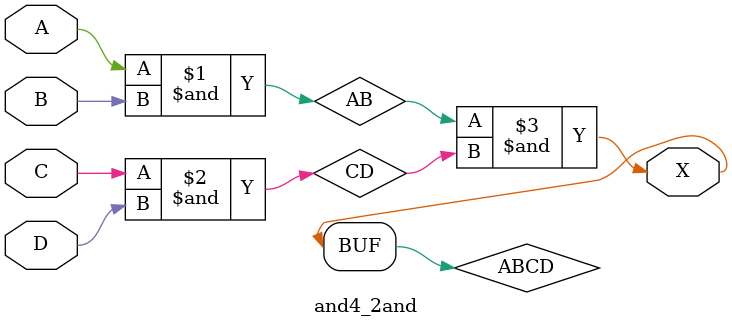
<source format=v>
module and4_2and (
    input A,
    input B,
    input C,
    input D,
    output X
);

    wire AB;
    wire CD;
    wire ABCD;

    and and1 (
        AB,
        A,
        B
    );

    and and2 (
        CD,
        C,
        D
    );

    and and3 (
        ABCD,
        AB,
        CD
    );

    assign X = ABCD;

endmodule
</source>
